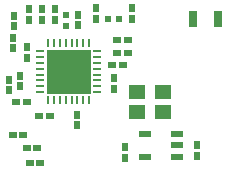
<source format=gtp>
%TF.GenerationSoftware,Altium Limited,Altium Designer,24.5.2 (23)*%
G04 Layer_Color=8421504*
%FSLAX45Y45*%
%MOMM*%
%TF.SameCoordinates,A44132E1-8554-4EB8-AD62-5007B9A5CA4B*%
%TF.FilePolarity,Positive*%
%TF.FileFunction,Paste,Top*%
%TF.Part,Single*%
G01*
G75*
%TA.AperFunction,SMDPad,CuDef*%
%ADD11R,0.55000X0.65000*%
%ADD12R,0.65000X0.55000*%
%ADD13R,0.74000X1.47000*%
%ADD14R,0.62000X0.70000*%
%ADD15R,0.70000X0.62000*%
%ADD16R,0.62000X0.59000*%
%ADD17R,0.59000X0.62000*%
%ADD18R,1.00000X0.60000*%
%ADD19R,1.40000X1.20000*%
%ADD20O,0.25000X0.80000*%
%ADD21O,0.80000X0.25000*%
%ADD22R,3.70000X3.70000*%
D11*
X1157356Y412852D02*
D03*
Y497852D02*
D03*
X623159Y1249970D02*
D03*
Y1334970D02*
D03*
X680143Y831106D02*
D03*
Y746106D02*
D03*
X582209Y792344D02*
D03*
Y707344D02*
D03*
X622300Y1147400D02*
D03*
Y1062400D02*
D03*
D12*
X618806Y328783D02*
D03*
X703806D02*
D03*
X735150Y222408D02*
D03*
X820150D02*
D03*
X849260Y94119D02*
D03*
X764260D02*
D03*
D13*
X2357259Y1310876D02*
D03*
X2140259D02*
D03*
D14*
X734573Y1074119D02*
D03*
Y982118D02*
D03*
X1471201Y811753D02*
D03*
Y719753D02*
D03*
X758116Y1301741D02*
D03*
Y1393741D02*
D03*
X1169590Y1255872D02*
D03*
Y1347872D02*
D03*
X861478Y1394722D02*
D03*
Y1302722D02*
D03*
X971200Y1392398D02*
D03*
Y1300398D02*
D03*
X1317281Y1311717D02*
D03*
Y1403717D02*
D03*
X1625603Y1307984D02*
D03*
Y1399984D02*
D03*
X2173108Y148917D02*
D03*
Y240917D02*
D03*
X1569218Y131935D02*
D03*
Y223935D02*
D03*
D15*
X932653Y492294D02*
D03*
X840653D02*
D03*
X642428Y604640D02*
D03*
X734429D02*
D03*
X1460124Y923569D02*
D03*
X1552124D02*
D03*
X1497355Y1025632D02*
D03*
X1589355D02*
D03*
X1498225Y1130034D02*
D03*
X1590225D02*
D03*
D16*
X1071398Y1253799D02*
D03*
Y1344799D02*
D03*
D17*
X1421198Y1310876D02*
D03*
X1512198D02*
D03*
D18*
X1733880Y145606D02*
D03*
Y335606D02*
D03*
X2008880D02*
D03*
Y240606D02*
D03*
Y145606D02*
D03*
D19*
X1891348Y524222D02*
D03*
Y694222D02*
D03*
X1671348Y524222D02*
D03*
Y694222D02*
D03*
D20*
X1264196Y1108287D02*
D03*
X1214196D02*
D03*
X1164196D02*
D03*
X1114196D02*
D03*
X1064196D02*
D03*
X1014196D02*
D03*
X964196D02*
D03*
X914196D02*
D03*
Y623287D02*
D03*
X964196D02*
D03*
X1014196D02*
D03*
X1064196D02*
D03*
X1114196D02*
D03*
X1164196D02*
D03*
X1214196D02*
D03*
X1264196D02*
D03*
D21*
X846696Y1040787D02*
D03*
Y990787D02*
D03*
Y940787D02*
D03*
Y890787D02*
D03*
Y840787D02*
D03*
Y790787D02*
D03*
Y740787D02*
D03*
Y690787D02*
D03*
X1331696D02*
D03*
Y740787D02*
D03*
Y790787D02*
D03*
Y840787D02*
D03*
Y890787D02*
D03*
Y940787D02*
D03*
Y990787D02*
D03*
Y1040787D02*
D03*
D22*
X1089196Y865787D02*
D03*
%TF.MD5,850c6b6b32a5a4d641f52e3b13e7840d*%
M02*

</source>
